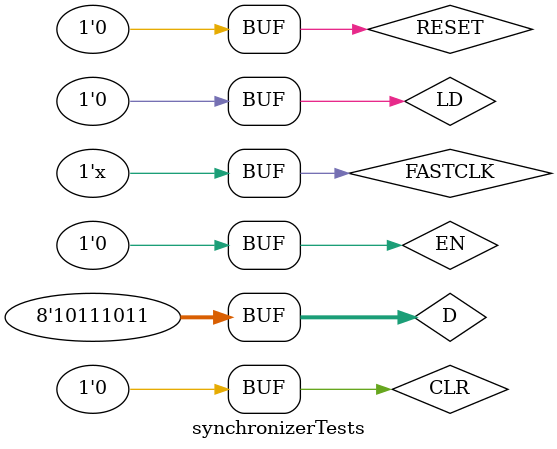
<source format=v>
`timescale 1 ns / 1 ns
`include "../../constants.v"
`include "../../testSetup.v"


module synchronizerTests;
	
	reg         SLOWCLK;
	reg         RESET;
	reg         CLR;
	reg         FASTCLK;
	reg         EN;
	reg         LD;
	reg  [7:0] D;
	wire [7:0] Q;
	
synchronizer testArticle(

	.SLOWCLK(SLOWCLK),
	.FASTCLK(FASTCLK),
	.RESET(RESET),
	.CLR(CLR),
	.EN(EN),
	.LD(LD),
	.D(D),
	.Q(Q)
);

reg [2:0] phi;

always begin
	// Fast clock
	#50 FASTCLK = ~FASTCLK;
end

always @(posedge FASTCLK) begin
	phi <= phi + 1;
	if(phi == 3'b000) begin
		SLOWCLK <= ~SLOWCLK;
	end
end

initial begin
	
	phi = 3'b000;
	
	FASTCLK = 0;
	SLOWCLK = 0;
	RESET = 0;
	CLR = 0;
	EN = 0;
	LD = 0;
	D = 8'h00;
	#100;
	RESET = 1;
	#100;
	RESET = 0;
	#500;
	D = 8'haa;
	#500;
	EN = 1;
	#3000;
	LD = 1;
	#1000;
	D = 8'hbb;
	#2000;
	EN = 0;
	#3000;
	LD = 0;
	#3000;
	CLR = 1;
	#1000;
	CLR = 0;
	#1000;

end

endmodule
</source>
